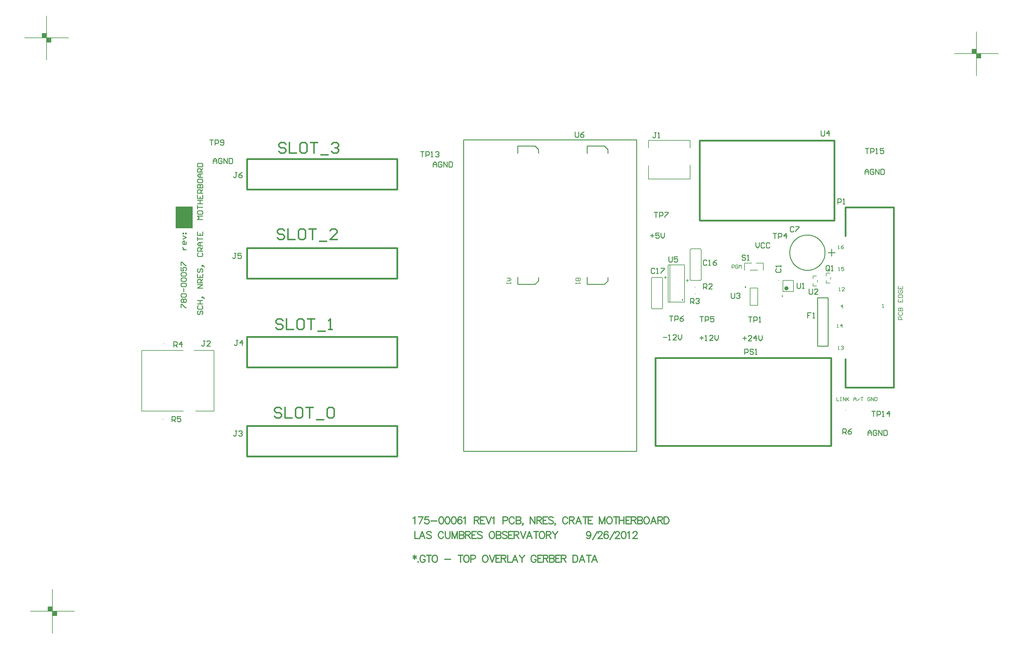
<source format=gto>
%FSLAX23Y23*%
%MOIN*%
G70*
G01*
G75*
G04 Layer_Color=65535*
%ADD10R,0.050X0.050*%
%ADD11R,0.057X0.012*%
%ADD12R,0.025X0.185*%
%ADD13R,0.025X0.100*%
%ADD14R,0.050X0.050*%
%ADD15O,0.014X0.067*%
%ADD16R,0.036X0.036*%
%ADD17O,0.079X0.024*%
%ADD18R,0.039X0.059*%
%ADD19R,0.100X0.100*%
%ADD20C,0.010*%
%ADD21C,0.050*%
%ADD22C,0.025*%
%ADD23C,0.006*%
%ADD24C,0.012*%
%ADD25C,0.008*%
%ADD26C,0.012*%
%ADD27C,0.012*%
%ADD28C,0.070*%
%ADD29C,0.050*%
%ADD30C,0.166*%
%ADD31C,0.157*%
%ADD32C,0.079*%
%ADD33C,0.220*%
%ADD34C,0.039*%
%ADD35C,0.059*%
%ADD36R,0.059X0.059*%
%ADD37C,0.063*%
%ADD38C,0.116*%
%ADD39C,0.065*%
%ADD40C,0.100*%
%ADD41C,0.080*%
%ADD42C,0.059*%
%ADD43C,0.115*%
%ADD44R,0.115X0.115*%
%ADD45R,0.079X0.079*%
%ADD46R,0.120X0.120*%
%ADD47C,0.120*%
%ADD48R,0.063X0.063*%
%ADD49C,0.020*%
%ADD50C,0.040*%
G04:AMPARAMS|DCode=51|XSize=91mil|YSize=91mil|CornerRadius=0mil|HoleSize=0mil|Usage=FLASHONLY|Rotation=0.000|XOffset=0mil|YOffset=0mil|HoleType=Round|Shape=Relief|Width=10mil|Gap=10mil|Entries=4|*
%AMTHD51*
7,0,0,0.091,0.071,0.010,45*
%
%ADD51THD51*%
%ADD52C,0.071*%
%ADD53C,0.206*%
G04:AMPARAMS|DCode=54|XSize=150.551mil|YSize=150.551mil|CornerRadius=0mil|HoleSize=0mil|Usage=FLASHONLY|Rotation=0.000|XOffset=0mil|YOffset=0mil|HoleType=Round|Shape=Relief|Width=10mil|Gap=10mil|Entries=4|*
%AMTHD54*
7,0,0,0.151,0.131,0.010,45*
%
%ADD54THD54*%
G04:AMPARAMS|DCode=55|XSize=96.221mil|YSize=96.221mil|CornerRadius=0mil|HoleSize=0mil|Usage=FLASHONLY|Rotation=0.000|XOffset=0mil|YOffset=0mil|HoleType=Round|Shape=Relief|Width=10mil|Gap=10mil|Entries=4|*
%AMTHD55*
7,0,0,0.096,0.076,0.010,45*
%
%ADD55THD55*%
%ADD56C,0.076*%
%ADD57C,0.080*%
%ADD58C,0.075*%
%ADD59C,0.168*%
G04:AMPARAMS|DCode=60|XSize=100mil|YSize=100mil|CornerRadius=0mil|HoleSize=0mil|Usage=FLASHONLY|Rotation=0.000|XOffset=0mil|YOffset=0mil|HoleType=Round|Shape=Relief|Width=10mil|Gap=10mil|Entries=4|*
%AMTHD60*
7,0,0,0.100,0.080,0.010,45*
%
%ADD60THD60*%
G04:AMPARAMS|DCode=61|XSize=123mil|YSize=123mil|CornerRadius=0mil|HoleSize=0mil|Usage=FLASHONLY|Rotation=0.000|XOffset=0mil|YOffset=0mil|HoleType=Round|Shape=Relief|Width=10mil|Gap=10mil|Entries=4|*
%AMTHD61*
7,0,0,0.123,0.103,0.010,45*
%
%ADD61THD61*%
%ADD62C,0.092*%
G04:AMPARAMS|DCode=63|XSize=112mil|YSize=112mil|CornerRadius=0mil|HoleSize=0mil|Usage=FLASHONLY|Rotation=0.000|XOffset=0mil|YOffset=0mil|HoleType=Round|Shape=Relief|Width=10mil|Gap=10mil|Entries=4|*
%AMTHD63*
7,0,0,0.112,0.092,0.010,45*
%
%ADD63THD63*%
%ADD64C,0.190*%
%ADD65C,0.087*%
G04:AMPARAMS|DCode=66|XSize=138mil|YSize=138mil|CornerRadius=0mil|HoleSize=0mil|Usage=FLASHONLY|Rotation=0.000|XOffset=0mil|YOffset=0mil|HoleType=Round|Shape=Relief|Width=10mil|Gap=10mil|Entries=4|*
%AMTHD66*
7,0,0,0.138,0.118,0.010,45*
%
%ADD66THD66*%
%ADD67C,0.118*%
G04:AMPARAMS|DCode=68|XSize=107.244mil|YSize=107.244mil|CornerRadius=0mil|HoleSize=0mil|Usage=FLASHONLY|Rotation=0.000|XOffset=0mil|YOffset=0mil|HoleType=Round|Shape=Relief|Width=10mil|Gap=10mil|Entries=4|*
%AMTHD68*
7,0,0,0.107,0.087,0.010,45*
%
%ADD68THD68*%
%ADD69C,0.079*%
%ADD70C,0.068*%
G04:AMPARAMS|DCode=71|XSize=70mil|YSize=70mil|CornerRadius=0mil|HoleSize=0mil|Usage=FLASHONLY|Rotation=0.000|XOffset=0mil|YOffset=0mil|HoleType=Round|Shape=Relief|Width=10mil|Gap=10mil|Entries=4|*
%AMTHD71*
7,0,0,0.070,0.050,0.010,45*
%
%ADD71THD71*%
G04:AMPARAMS|DCode=72|XSize=88mil|YSize=88mil|CornerRadius=0mil|HoleSize=0mil|Usage=FLASHONLY|Rotation=0.000|XOffset=0mil|YOffset=0mil|HoleType=Round|Shape=Relief|Width=10mil|Gap=10mil|Entries=4|*
%AMTHD72*
7,0,0,0.088,0.068,0.010,45*
%
%ADD72THD72*%
%ADD73C,0.020*%
%ADD74C,0.131*%
%ADD75C,0.103*%
%ADD76C,0.005*%
%ADD77R,0.053X0.035*%
%ADD78R,0.053X0.053*%
%ADD79R,0.045X0.017*%
%ADD80R,0.094X0.102*%
%ADD81R,0.059X0.087*%
%ADD82R,0.102X0.094*%
%ADD83R,0.100X0.100*%
%ADD84R,0.060X0.086*%
%ADD85C,0.010*%
%ADD86C,0.010*%
%ADD87C,0.024*%
%ADD88C,0.008*%
%ADD89C,0.007*%
%ADD90C,0.007*%
%ADD91C,0.015*%
%ADD92R,0.194X0.245*%
D20*
X18080Y12627D02*
X18080Y12637D01*
X18079Y12646D01*
X18078Y12656D01*
X18076Y12666D01*
X18074Y12676D01*
X18071Y12686D01*
X18068Y12695D01*
X18064Y12704D01*
X18060Y12714D01*
X18055Y12723D01*
X18050Y12731D01*
X18045Y12740D01*
X18039Y12748D01*
X18033Y12756D01*
X18026Y12763D01*
X18019Y12770D01*
X18012Y12777D01*
X18004Y12783D01*
X17996Y12789D01*
X17988Y12795D01*
X17979Y12800D01*
X17971Y12805D01*
X17962Y12809D01*
X17952Y12813D01*
X17943Y12817D01*
X17933Y12820D01*
X17924Y12822D01*
X17914Y12824D01*
X17904Y12826D01*
X17894Y12827D01*
X17884Y12827D01*
X17874D01*
X17864Y12827D01*
X17854Y12826D01*
X17844Y12824D01*
X17834Y12822D01*
X17825Y12820D01*
X17815Y12817D01*
X17806Y12813D01*
X17796Y12809D01*
X17787Y12805D01*
X17779Y12800D01*
X17770Y12795D01*
X17762Y12789D01*
X17754Y12783D01*
X17746Y12777D01*
X17739Y12770D01*
X17732Y12763D01*
X17725Y12756D01*
X17719Y12748D01*
X17713Y12740D01*
X17708Y12731D01*
X17703Y12723D01*
X17698Y12714D01*
X17694Y12704D01*
X17690Y12695D01*
X17687Y12686D01*
X17685Y12676D01*
X17682Y12666D01*
X17681Y12656D01*
X17679Y12646D01*
X17679Y12637D01*
X17678Y12627D01*
X17679Y12616D01*
X17679Y12607D01*
X17681Y12597D01*
X17682Y12587D01*
X17685Y12577D01*
X17687Y12567D01*
X17690Y12558D01*
X17694Y12549D01*
X17698Y12539D01*
X17703Y12530D01*
X17708Y12522D01*
X17713Y12513D01*
X17719Y12505D01*
X17725Y12497D01*
X17732Y12490D01*
X17739Y12483D01*
X17746Y12476D01*
X17754Y12470D01*
X17762Y12464D01*
X17770Y12458D01*
X17779Y12453D01*
X17787Y12448D01*
X17796Y12444D01*
X17806Y12440D01*
X17815Y12436D01*
X17825Y12433D01*
X17834Y12431D01*
X17844Y12429D01*
X17854Y12427D01*
X17864Y12426D01*
X17874Y12426D01*
X17884D01*
X17894Y12426D01*
X17904Y12427D01*
X17914Y12429D01*
X17924Y12431D01*
X17933Y12433D01*
X17943Y12436D01*
X17952Y12440D01*
X17962Y12444D01*
X17971Y12448D01*
X17979Y12453D01*
X17988Y12458D01*
X17996Y12464D01*
X18004Y12470D01*
X18012Y12476D01*
X18019Y12483D01*
X18026Y12490D01*
X18033Y12497D01*
X18039Y12505D01*
X18045Y12513D01*
X18050Y12522D01*
X18055Y12530D01*
X18060Y12539D01*
X18064Y12549D01*
X18068Y12558D01*
X18071Y12567D01*
X18074Y12577D01*
X18076Y12587D01*
X18078Y12597D01*
X18079Y12607D01*
X18080Y12616D01*
X18080Y12627D01*
X17997Y11837D02*
Y12113D01*
X18116D01*
Y11562D02*
Y12113D01*
X17997Y11562D02*
X18116D01*
X17997D02*
Y11837D01*
X18115Y12627D02*
X18155D01*
Y12587D02*
Y12627D01*
X18194D01*
X18155D02*
Y12666D01*
X18282Y10563D02*
Y10623D01*
X18312D01*
X18322Y10613D01*
Y10593D01*
X18312Y10583D01*
X18282D01*
X18302D02*
X18322Y10563D01*
X18382Y10623D02*
X18362Y10613D01*
X18342Y10593D01*
Y10573D01*
X18352Y10563D01*
X18372D01*
X18382Y10573D01*
Y10583D01*
X18372Y10593D01*
X18342D01*
X15235Y13999D02*
Y13949D01*
X15245Y13939D01*
X15265D01*
X15275Y13949D01*
Y13999D01*
X15335D02*
X15315Y13989D01*
X15295Y13969D01*
Y13949D01*
X15305Y13939D01*
X15325D01*
X15335Y13949D01*
Y13959D01*
X15325Y13969D01*
X15295D01*
X16303Y12579D02*
Y12529D01*
X16313Y12519D01*
X16333D01*
X16343Y12529D01*
Y12579D01*
X16403D02*
X16363D01*
Y12549D01*
X16383Y12559D01*
X16393D01*
X16403Y12549D01*
Y12529D01*
X16393Y12519D01*
X16373D01*
X16363Y12529D01*
X18036Y14013D02*
Y13963D01*
X18046Y13953D01*
X18066D01*
X18076Y13963D01*
Y14013D01*
X18126Y13953D02*
Y14013D01*
X18096Y13983D01*
X18136D01*
X17013Y12165D02*
Y12115D01*
X17023Y12105D01*
X17043D01*
X17053Y12115D01*
Y12165D01*
X17073Y12155D02*
X17083Y12165D01*
X17103D01*
X17113Y12155D01*
Y12145D01*
X17103Y12135D01*
X17093D01*
X17103D01*
X17113Y12125D01*
Y12115D01*
X17103Y12105D01*
X17083D01*
X17073Y12115D01*
X17898Y12213D02*
Y12163D01*
X17908Y12153D01*
X17928D01*
X17938Y12163D01*
Y12213D01*
X17998Y12153D02*
X17958D01*
X17998Y12193D01*
Y12203D01*
X17988Y12213D01*
X17968D01*
X17958Y12203D01*
X17761Y12278D02*
Y12228D01*
X17771Y12218D01*
X17791D01*
X17801Y12228D01*
Y12278D01*
X17821Y12218D02*
X17841D01*
X17831D01*
Y12278D01*
X17821Y12268D01*
X18540Y13812D02*
X18580D01*
X18560D01*
Y13752D01*
X18600D02*
Y13812D01*
X18630D01*
X18640Y13802D01*
Y13782D01*
X18630Y13772D01*
X18600D01*
X18660Y13752D02*
X18680D01*
X18670D01*
Y13812D01*
X18660Y13802D01*
X18750Y13812D02*
X18710D01*
Y13782D01*
X18730Y13792D01*
X18740D01*
X18750Y13782D01*
Y13762D01*
X18740Y13752D01*
X18720D01*
X18710Y13762D01*
X18613Y10822D02*
X18653D01*
X18633D01*
Y10762D01*
X18673D02*
Y10822D01*
X18703D01*
X18713Y10812D01*
Y10792D01*
X18703Y10782D01*
X18673D01*
X18733Y10762D02*
X18753D01*
X18743D01*
Y10822D01*
X18733Y10812D01*
X18813Y10762D02*
Y10822D01*
X18783Y10792D01*
X18823D01*
X13474Y13777D02*
X13514D01*
X13494D01*
Y13717D01*
X13534D02*
Y13777D01*
X13564D01*
X13574Y13767D01*
Y13747D01*
X13564Y13737D01*
X13534D01*
X13594Y13717D02*
X13614D01*
X13604D01*
Y13777D01*
X13594Y13767D01*
X13644D02*
X13654Y13777D01*
X13674D01*
X13684Y13767D01*
Y13757D01*
X13674Y13747D01*
X13664D01*
X13674D01*
X13684Y13737D01*
Y13727D01*
X13674Y13717D01*
X13654D01*
X13644Y13727D01*
X11076Y13909D02*
X11116D01*
X11096D01*
Y13849D01*
X11136D02*
Y13909D01*
X11166D01*
X11176Y13899D01*
Y13879D01*
X11166Y13869D01*
X11136D01*
X11196Y13859D02*
X11206Y13849D01*
X11226D01*
X11236Y13859D01*
Y13899D01*
X11226Y13909D01*
X11206D01*
X11196Y13899D01*
Y13889D01*
X11206Y13879D01*
X11236D01*
X16137Y13086D02*
X16177D01*
X16157D01*
Y13026D01*
X16197D02*
Y13086D01*
X16227D01*
X16237Y13076D01*
Y13056D01*
X16227Y13046D01*
X16197D01*
X16257Y13086D02*
X16297D01*
Y13076D01*
X16257Y13036D01*
Y13026D01*
X16308Y11906D02*
X16348D01*
X16328D01*
Y11846D01*
X16368D02*
Y11906D01*
X16398D01*
X16408Y11896D01*
Y11876D01*
X16398Y11866D01*
X16368D01*
X16468Y11906D02*
X16448Y11896D01*
X16428Y11876D01*
Y11856D01*
X16438Y11846D01*
X16458D01*
X16468Y11856D01*
Y11866D01*
X16458Y11876D01*
X16428D01*
X16657Y11901D02*
X16697D01*
X16677D01*
Y11841D01*
X16717D02*
Y11901D01*
X16747D01*
X16757Y11891D01*
Y11871D01*
X16747Y11861D01*
X16717D01*
X16817Y11901D02*
X16777D01*
Y11871D01*
X16797Y11881D01*
X16807D01*
X16817Y11871D01*
Y11851D01*
X16807Y11841D01*
X16787D01*
X16777Y11851D01*
X17488Y12845D02*
X17528D01*
X17508D01*
Y12785D01*
X17548D02*
Y12845D01*
X17578D01*
X17588Y12835D01*
Y12815D01*
X17578Y12805D01*
X17548D01*
X17638Y12785D02*
Y12845D01*
X17608Y12815D01*
X17648D01*
X17208Y11895D02*
X17248D01*
X17228D01*
Y11835D01*
X17268D02*
Y11895D01*
X17298D01*
X17308Y11885D01*
Y11865D01*
X17298Y11855D01*
X17268D01*
X17328Y11835D02*
X17348D01*
X17338D01*
Y11895D01*
X17328Y11885D01*
X17177Y12589D02*
X17167Y12599D01*
X17147D01*
X17137Y12589D01*
Y12579D01*
X17147Y12569D01*
X17167D01*
X17177Y12559D01*
Y12549D01*
X17167Y12539D01*
X17147D01*
X17137Y12549D01*
X17197Y12539D02*
X17217D01*
X17207D01*
Y12599D01*
X17197Y12589D01*
X10646Y10703D02*
Y10763D01*
X10676D01*
X10686Y10753D01*
Y10733D01*
X10676Y10723D01*
X10646D01*
X10666D02*
X10686Y10703D01*
X10746Y10763D02*
X10706D01*
Y10733D01*
X10726Y10743D01*
X10736D01*
X10746Y10733D01*
Y10713D01*
X10736Y10703D01*
X10716D01*
X10706Y10713D01*
X10665Y11553D02*
Y11613D01*
X10695D01*
X10705Y11603D01*
Y11583D01*
X10695Y11573D01*
X10665D01*
X10685D02*
X10705Y11553D01*
X10755D02*
Y11613D01*
X10725Y11583D01*
X10765D01*
X16550Y12047D02*
Y12107D01*
X16580D01*
X16590Y12097D01*
Y12077D01*
X16580Y12067D01*
X16550D01*
X16570D02*
X16590Y12047D01*
X16610Y12097D02*
X16620Y12107D01*
X16640D01*
X16650Y12097D01*
Y12087D01*
X16640Y12077D01*
X16630D01*
X16640D01*
X16650Y12067D01*
Y12057D01*
X16640Y12047D01*
X16620D01*
X16610Y12057D01*
X16696Y12214D02*
Y12274D01*
X16726D01*
X16736Y12264D01*
Y12244D01*
X16726Y12234D01*
X16696D01*
X16716D02*
X16736Y12214D01*
X16796D02*
X16756D01*
X16796Y12254D01*
Y12264D01*
X16786Y12274D01*
X16766D01*
X16756Y12264D01*
X18131Y12431D02*
Y12471D01*
X18121Y12481D01*
X18101D01*
X18091Y12471D01*
Y12431D01*
X18101Y12421D01*
X18121D01*
X18111Y12441D02*
X18131Y12421D01*
X18121D02*
X18131Y12431D01*
X18151Y12421D02*
X18171D01*
X18161D01*
Y12481D01*
X18151Y12471D01*
X17164Y11470D02*
Y11530D01*
X17194D01*
X17204Y11520D01*
Y11500D01*
X17194Y11490D01*
X17164D01*
X17264Y11520D02*
X17254Y11530D01*
X17234D01*
X17224Y11520D01*
Y11510D01*
X17234Y11500D01*
X17254D01*
X17264Y11490D01*
Y11480D01*
X17254Y11470D01*
X17234D01*
X17224Y11480D01*
X17284Y11470D02*
X17304D01*
X17294D01*
Y11530D01*
X17284Y11520D01*
X18224Y13178D02*
Y13238D01*
X18254D01*
X18264Y13228D01*
Y13208D01*
X18254Y13198D01*
X18224D01*
X18284Y13178D02*
X18304D01*
X18294D01*
Y13238D01*
X18284Y13228D01*
X11384Y13538D02*
X11364D01*
X11374D01*
Y13488D01*
X11364Y13478D01*
X11354D01*
X11344Y13488D01*
X11444Y13538D02*
X11424Y13528D01*
X11404Y13508D01*
Y13488D01*
X11414Y13478D01*
X11434D01*
X11444Y13488D01*
Y13498D01*
X11434Y13508D01*
X11404D01*
X11375Y12619D02*
X11355D01*
X11365D01*
Y12569D01*
X11355Y12559D01*
X11345D01*
X11335Y12569D01*
X11435Y12619D02*
X11395D01*
Y12589D01*
X11415Y12599D01*
X11425D01*
X11435Y12589D01*
Y12569D01*
X11425Y12559D01*
X11405D01*
X11395Y12569D01*
X11394Y11629D02*
X11374D01*
X11384D01*
Y11579D01*
X11374Y11569D01*
X11364D01*
X11354Y11579D01*
X11444Y11569D02*
Y11629D01*
X11414Y11599D01*
X11454D01*
X11384Y10600D02*
X11364D01*
X11374D01*
Y10550D01*
X11364Y10540D01*
X11354D01*
X11344Y10550D01*
X11404Y10590D02*
X11414Y10600D01*
X11434D01*
X11444Y10590D01*
Y10580D01*
X11434Y10570D01*
X11424D01*
X11434D01*
X11444Y10560D01*
Y10550D01*
X11434Y10540D01*
X11414D01*
X11404Y10550D01*
X11022Y11624D02*
X11002D01*
X11012D01*
Y11574D01*
X11002Y11564D01*
X10992D01*
X10982Y11574D01*
X11082Y11564D02*
X11042D01*
X11082Y11604D01*
Y11614D01*
X11072Y11624D01*
X11052D01*
X11042Y11614D01*
X16159Y13994D02*
X16139D01*
X16149D01*
Y13944D01*
X16139Y13934D01*
X16129D01*
X16119Y13944D01*
X16179Y13934D02*
X16199D01*
X16189D01*
Y13994D01*
X16179Y13984D01*
X17923Y11944D02*
X17883D01*
Y11914D01*
X17903D01*
X17883D01*
Y11884D01*
X17943D02*
X17963D01*
X17953D01*
Y11944D01*
X17943Y11934D01*
X16141Y12438D02*
X16131Y12448D01*
X16111D01*
X16101Y12438D01*
Y12398D01*
X16111Y12388D01*
X16131D01*
X16141Y12398D01*
X16161Y12388D02*
X16181D01*
X16171D01*
Y12448D01*
X16161Y12438D01*
X16211Y12448D02*
X16251D01*
Y12438D01*
X16211Y12398D01*
Y12388D01*
X16737Y12533D02*
X16727Y12543D01*
X16707D01*
X16697Y12533D01*
Y12493D01*
X16707Y12483D01*
X16727D01*
X16737Y12493D01*
X16757Y12483D02*
X16777D01*
X16767D01*
Y12543D01*
X16757Y12533D01*
X16847Y12543D02*
X16827Y12533D01*
X16807Y12513D01*
Y12493D01*
X16817Y12483D01*
X16837D01*
X16847Y12493D01*
Y12503D01*
X16837Y12513D01*
X16807D01*
X17724Y12912D02*
X17714Y12922D01*
X17694D01*
X17684Y12912D01*
Y12872D01*
X17694Y12862D01*
X17714D01*
X17724Y12872D01*
X17744Y12922D02*
X17784D01*
Y12912D01*
X17744Y12872D01*
Y12862D01*
X17530Y12443D02*
X17520Y12433D01*
Y12413D01*
X17530Y12403D01*
X17570D01*
X17580Y12413D01*
Y12433D01*
X17570Y12443D01*
X17580Y12463D02*
Y12483D01*
Y12473D01*
X17520D01*
X17530Y12463D01*
X10945Y11963D02*
X10935Y11953D01*
Y11933D01*
X10945Y11923D01*
X10955D01*
X10965Y11933D01*
Y11953D01*
X10975Y11963D01*
X10985D01*
X10995Y11953D01*
Y11933D01*
X10985Y11923D01*
X10945Y12023D02*
X10935Y12013D01*
Y11993D01*
X10945Y11983D01*
X10985D01*
X10995Y11993D01*
Y12013D01*
X10985Y12023D01*
X10935Y12043D02*
X10995D01*
X10965D01*
Y12083D01*
X10935D01*
X10995D01*
X11005Y12113D02*
X10995Y12123D01*
X10985D01*
Y12113D01*
X10995D01*
Y12123D01*
X11005Y12113D01*
X11015Y12103D01*
X10995Y12223D02*
X10935D01*
X10995Y12263D01*
X10935D01*
X10995Y12283D02*
X10935D01*
Y12313D01*
X10945Y12323D01*
X10965D01*
X10975Y12313D01*
Y12283D01*
Y12303D02*
X10995Y12323D01*
X10935Y12383D02*
Y12343D01*
X10995D01*
Y12383D01*
X10965Y12343D02*
Y12363D01*
X10945Y12443D02*
X10935Y12433D01*
Y12413D01*
X10945Y12403D01*
X10955D01*
X10965Y12413D01*
Y12433D01*
X10975Y12443D01*
X10985D01*
X10995Y12433D01*
Y12413D01*
X10985Y12403D01*
X11005Y12473D02*
X10995Y12483D01*
X10985D01*
Y12473D01*
X10995D01*
Y12483D01*
X11005Y12473D01*
X11015Y12463D01*
X10945Y12623D02*
X10935Y12613D01*
Y12593D01*
X10945Y12583D01*
X10985D01*
X10995Y12593D01*
Y12613D01*
X10985Y12623D01*
X10995Y12643D02*
X10935D01*
Y12673D01*
X10945Y12683D01*
X10965D01*
X10975Y12673D01*
Y12643D01*
Y12663D02*
X10995Y12683D01*
Y12703D02*
X10955D01*
X10935Y12723D01*
X10955Y12743D01*
X10995D01*
X10965D01*
Y12703D01*
X10935Y12763D02*
Y12803D01*
Y12783D01*
X10995D01*
X10935Y12863D02*
Y12823D01*
X10995D01*
Y12863D01*
X10965Y12823D02*
Y12843D01*
X10995Y13003D02*
X10935D01*
X10955Y13023D01*
X10935Y13043D01*
X10995D01*
X10935Y13093D02*
Y13073D01*
X10945Y13063D01*
X10985D01*
X10995Y13073D01*
Y13093D01*
X10985Y13103D01*
X10945D01*
X10935Y13093D01*
Y13123D02*
Y13163D01*
Y13143D01*
X10995D01*
X10935Y13183D02*
X10995D01*
X10965D01*
Y13223D01*
X10935D01*
X10995D01*
X10935Y13283D02*
Y13243D01*
X10995D01*
Y13283D01*
X10965Y13243D02*
Y13263D01*
X10995Y13303D02*
X10935D01*
Y13333D01*
X10945Y13343D01*
X10965D01*
X10975Y13333D01*
Y13303D01*
Y13323D02*
X10995Y13343D01*
X10935Y13363D02*
X10995D01*
Y13393D01*
X10985Y13403D01*
X10975D01*
X10965Y13393D01*
Y13363D01*
Y13393D01*
X10955Y13403D01*
X10945D01*
X10935Y13393D01*
Y13363D01*
Y13453D02*
Y13433D01*
X10945Y13423D01*
X10985D01*
X10995Y13433D01*
Y13453D01*
X10985Y13463D01*
X10945D01*
X10935Y13453D01*
X10995Y13483D02*
X10955D01*
X10935Y13503D01*
X10955Y13523D01*
X10995D01*
X10965D01*
Y13483D01*
X10995Y13543D02*
X10935D01*
Y13573D01*
X10945Y13583D01*
X10965D01*
X10975Y13573D01*
Y13543D01*
Y13563D02*
X10995Y13583D01*
X10935Y13603D02*
X10995D01*
Y13633D01*
X10985Y13643D01*
X10945D01*
X10935Y13633D01*
Y13603D01*
X10750Y12001D02*
Y12041D01*
X10760D01*
X10800Y12001D01*
X10810D01*
X10760Y12061D02*
X10750Y12071D01*
Y12091D01*
X10760Y12101D01*
X10770D01*
X10780Y12091D01*
X10790Y12101D01*
X10800D01*
X10810Y12091D01*
Y12071D01*
X10800Y12061D01*
X10790D01*
X10780Y12071D01*
X10770Y12061D01*
X10760D01*
X10780Y12071D02*
Y12091D01*
X10760Y12121D02*
X10750Y12131D01*
Y12151D01*
X10760Y12161D01*
X10800D01*
X10810Y12151D01*
Y12131D01*
X10800Y12121D01*
X10760D01*
X10780Y12181D02*
Y12221D01*
X10760Y12241D02*
X10750Y12251D01*
Y12271D01*
X10760Y12281D01*
X10800D01*
X10810Y12271D01*
Y12251D01*
X10800Y12241D01*
X10760D01*
Y12301D02*
X10750Y12311D01*
Y12331D01*
X10760Y12341D01*
X10800D01*
X10810Y12331D01*
Y12311D01*
X10800Y12301D01*
X10760D01*
Y12361D02*
X10750Y12371D01*
Y12391D01*
X10760Y12401D01*
X10800D01*
X10810Y12391D01*
Y12371D01*
X10800Y12361D01*
X10760D01*
X10750Y12461D02*
Y12421D01*
X10780D01*
X10770Y12441D01*
Y12451D01*
X10780Y12461D01*
X10800D01*
X10810Y12451D01*
Y12431D01*
X10800Y12421D01*
X10750Y12481D02*
Y12521D01*
X10760D01*
X10800Y12481D01*
X10810D01*
X10770Y12661D02*
X10810D01*
X10790D01*
X10780Y12671D01*
X10770Y12681D01*
Y12691D01*
X10810Y12751D02*
Y12731D01*
X10800Y12721D01*
X10780D01*
X10770Y12731D01*
Y12751D01*
X10780Y12761D01*
X10790D01*
Y12721D01*
X10770Y12781D02*
X10810Y12801D01*
X10770Y12821D01*
Y12841D02*
Y12851D01*
X10780D01*
Y12841D01*
X10770D01*
X10800D02*
Y12851D01*
X10810D01*
Y12841D01*
X10800D01*
X18537Y13516D02*
Y13556D01*
X18557Y13576D01*
X18577Y13556D01*
Y13516D01*
Y13546D01*
X18537D01*
X18637Y13566D02*
X18627Y13576D01*
X18607D01*
X18597Y13566D01*
Y13526D01*
X18607Y13516D01*
X18627D01*
X18637Y13526D01*
Y13546D01*
X18617D01*
X18657Y13516D02*
Y13576D01*
X18697Y13516D01*
Y13576D01*
X18717D02*
Y13516D01*
X18747D01*
X18757Y13526D01*
Y13566D01*
X18747Y13576D01*
X18717D01*
X18569Y10545D02*
Y10585D01*
X18589Y10605D01*
X18609Y10585D01*
Y10545D01*
Y10575D01*
X18569D01*
X18669Y10595D02*
X18659Y10605D01*
X18639D01*
X18629Y10595D01*
Y10555D01*
X18639Y10545D01*
X18659D01*
X18669Y10555D01*
Y10575D01*
X18649D01*
X18689Y10545D02*
Y10605D01*
X18729Y10545D01*
Y10605D01*
X18749D02*
Y10545D01*
X18779D01*
X18789Y10555D01*
Y10595D01*
X18779Y10605D01*
X18749D01*
X13619Y13598D02*
Y13638D01*
X13639Y13658D01*
X13659Y13638D01*
Y13598D01*
Y13628D01*
X13619D01*
X13719Y13648D02*
X13709Y13658D01*
X13689D01*
X13679Y13648D01*
Y13608D01*
X13689Y13598D01*
X13709D01*
X13719Y13608D01*
Y13628D01*
X13699D01*
X13739Y13598D02*
Y13658D01*
X13779Y13598D01*
Y13658D01*
X13799D02*
Y13598D01*
X13829D01*
X13839Y13608D01*
Y13648D01*
X13829Y13658D01*
X13799D01*
X11115Y13640D02*
Y13680D01*
X11135Y13700D01*
X11155Y13680D01*
Y13640D01*
Y13670D01*
X11115D01*
X11215Y13690D02*
X11205Y13700D01*
X11185D01*
X11175Y13690D01*
Y13650D01*
X11185Y13640D01*
X11205D01*
X11215Y13650D01*
Y13670D01*
X11195D01*
X11235Y13640D02*
Y13700D01*
X11275Y13640D01*
Y13700D01*
X11295D02*
Y13640D01*
X11325D01*
X11335Y13650D01*
Y13690D01*
X11325Y13700D01*
X11295D01*
X16093Y12821D02*
X16133D01*
X16113Y12841D02*
Y12801D01*
X16193Y12851D02*
X16153D01*
Y12821D01*
X16173Y12831D01*
X16183D01*
X16193Y12821D01*
Y12801D01*
X16183Y12791D01*
X16163D01*
X16153Y12801D01*
X16213Y12851D02*
Y12811D01*
X16233Y12791D01*
X16253Y12811D01*
Y12851D01*
X17293Y12738D02*
Y12698D01*
X17313Y12678D01*
X17333Y12698D01*
Y12738D01*
X17393Y12728D02*
X17383Y12738D01*
X17363D01*
X17353Y12728D01*
Y12688D01*
X17363Y12678D01*
X17383D01*
X17393Y12688D01*
X17453Y12728D02*
X17443Y12738D01*
X17423D01*
X17413Y12728D01*
Y12688D01*
X17423Y12678D01*
X17443D01*
X17453Y12688D01*
X17144Y11653D02*
X17184D01*
X17164Y11673D02*
Y11633D01*
X17244Y11623D02*
X17204D01*
X17244Y11663D01*
Y11673D01*
X17234Y11683D01*
X17214D01*
X17204Y11673D01*
X17294Y11623D02*
Y11683D01*
X17264Y11653D01*
X17304D01*
X17324Y11683D02*
Y11643D01*
X17344Y11623D01*
X17364Y11643D01*
Y11683D01*
X16654Y11655D02*
X16694D01*
X16674Y11675D02*
Y11635D01*
X16714Y11625D02*
X16734D01*
X16724D01*
Y11685D01*
X16714Y11675D01*
X16804Y11625D02*
X16764D01*
X16804Y11665D01*
Y11675D01*
X16794Y11685D01*
X16774D01*
X16764Y11675D01*
X16824Y11685D02*
Y11645D01*
X16844Y11625D01*
X16864Y11645D01*
Y11685D01*
X16239Y11662D02*
X16279D01*
X16299Y11632D02*
X16319D01*
X16309D01*
Y11692D01*
X16299Y11682D01*
X16389Y11632D02*
X16349D01*
X16389Y11672D01*
Y11682D01*
X16379Y11692D01*
X16359D01*
X16349Y11682D01*
X16409Y11692D02*
Y11652D01*
X16429Y11632D01*
X16449Y11652D01*
Y11692D01*
D23*
X18147Y12324D02*
Y12346D01*
X18097Y12278D02*
Y12309D01*
Y12361D02*
Y12392D01*
Y12278D02*
X18140D01*
X18097Y12392D02*
X18140D01*
X17994Y12291D02*
Y12313D01*
X17944Y12245D02*
Y12276D01*
Y12328D02*
Y12359D01*
Y12245D02*
X17987D01*
X17944Y12359D02*
X17987D01*
X17022Y12445D02*
Y12485D01*
X17042D01*
X17049Y12479D01*
Y12465D01*
X17042Y12459D01*
X17022D01*
X17089Y12479D02*
X17082Y12485D01*
X17069D01*
X17062Y12479D01*
Y12452D01*
X17069Y12445D01*
X17082D01*
X17089Y12452D01*
Y12465D01*
X17075D01*
X17102Y12445D02*
Y12485D01*
X17115Y12472D01*
X17129Y12485D01*
Y12445D01*
D24*
X13410Y9183D02*
Y9137D01*
X13391Y9172D02*
X13429Y9149D01*
Y9172D02*
X13391Y9149D01*
X13449Y9111D02*
X13445Y9107D01*
X13449Y9103D01*
X13453Y9107D01*
X13449Y9111D01*
X13528Y9164D02*
X13524Y9172D01*
X13516Y9179D01*
X13509Y9183D01*
X13493D01*
X13486Y9179D01*
X13478Y9172D01*
X13474Y9164D01*
X13471Y9153D01*
Y9133D01*
X13474Y9122D01*
X13478Y9114D01*
X13486Y9107D01*
X13493Y9103D01*
X13509D01*
X13516Y9107D01*
X13524Y9114D01*
X13528Y9122D01*
Y9133D01*
X13509D02*
X13528D01*
X13573Y9183D02*
Y9103D01*
X13546Y9183D02*
X13599D01*
X13632D02*
X13624Y9179D01*
X13616Y9172D01*
X13613Y9164D01*
X13609Y9153D01*
Y9133D01*
X13613Y9122D01*
X13616Y9114D01*
X13624Y9107D01*
X13632Y9103D01*
X13647D01*
X13655Y9107D01*
X13662Y9114D01*
X13666Y9122D01*
X13670Y9133D01*
Y9153D01*
X13666Y9164D01*
X13662Y9172D01*
X13655Y9179D01*
X13647Y9183D01*
X13632D01*
X13751Y9137D02*
X13820D01*
X13933Y9183D02*
Y9103D01*
X13906Y9183D02*
X13960D01*
X13992D02*
X13984Y9179D01*
X13977Y9172D01*
X13973Y9164D01*
X13969Y9153D01*
Y9133D01*
X13973Y9122D01*
X13977Y9114D01*
X13984Y9107D01*
X13992Y9103D01*
X14007D01*
X14015Y9107D01*
X14022Y9114D01*
X14026Y9122D01*
X14030Y9133D01*
Y9153D01*
X14026Y9164D01*
X14022Y9172D01*
X14015Y9179D01*
X14007Y9183D01*
X13992D01*
X14049Y9141D02*
X14083D01*
X14094Y9145D01*
X14098Y9149D01*
X14102Y9156D01*
Y9168D01*
X14098Y9175D01*
X14094Y9179D01*
X14083Y9183D01*
X14049D01*
Y9103D01*
X14206Y9183D02*
X14198Y9179D01*
X14190Y9172D01*
X14187Y9164D01*
X14183Y9153D01*
Y9133D01*
X14187Y9122D01*
X14190Y9114D01*
X14198Y9107D01*
X14206Y9103D01*
X14221D01*
X14229Y9107D01*
X14236Y9114D01*
X14240Y9122D01*
X14244Y9133D01*
Y9153D01*
X14240Y9164D01*
X14236Y9172D01*
X14229Y9179D01*
X14221Y9183D01*
X14206D01*
X14262D02*
X14293Y9103D01*
X14323Y9183D02*
X14293Y9103D01*
X14383Y9183D02*
X14334D01*
Y9103D01*
X14383D01*
X14334Y9145D02*
X14364D01*
X14396Y9183D02*
Y9103D01*
Y9183D02*
X14431D01*
X14442Y9179D01*
X14446Y9175D01*
X14450Y9168D01*
Y9160D01*
X14446Y9153D01*
X14442Y9149D01*
X14431Y9145D01*
X14396D01*
X14423D02*
X14450Y9103D01*
X14468Y9183D02*
Y9103D01*
X14513D01*
X14583D02*
X14553Y9183D01*
X14522Y9103D01*
X14534Y9130D02*
X14572D01*
X14602Y9183D02*
X14632Y9145D01*
Y9103D01*
X14663Y9183D02*
X14632Y9145D01*
X14793Y9164D02*
X14789Y9172D01*
X14782Y9179D01*
X14774Y9183D01*
X14759D01*
X14751Y9179D01*
X14743Y9172D01*
X14740Y9164D01*
X14736Y9153D01*
Y9133D01*
X14740Y9122D01*
X14743Y9114D01*
X14751Y9107D01*
X14759Y9103D01*
X14774D01*
X14782Y9107D01*
X14789Y9114D01*
X14793Y9122D01*
Y9133D01*
X14774D02*
X14793D01*
X14861Y9183D02*
X14811D01*
Y9103D01*
X14861D01*
X14811Y9145D02*
X14842D01*
X14874Y9183D02*
Y9103D01*
Y9183D02*
X14908D01*
X14920Y9179D01*
X14924Y9175D01*
X14927Y9168D01*
Y9160D01*
X14924Y9153D01*
X14920Y9149D01*
X14908Y9145D01*
X14874D01*
X14901D02*
X14927Y9103D01*
X14945Y9183D02*
Y9103D01*
Y9183D02*
X14980D01*
X14991Y9179D01*
X14995Y9175D01*
X14999Y9168D01*
Y9160D01*
X14995Y9153D01*
X14991Y9149D01*
X14980Y9145D01*
X14945D02*
X14980D01*
X14991Y9141D01*
X14995Y9137D01*
X14999Y9130D01*
Y9118D01*
X14995Y9111D01*
X14991Y9107D01*
X14980Y9103D01*
X14945D01*
X15066Y9183D02*
X15017D01*
Y9103D01*
X15066D01*
X15017Y9145D02*
X15047D01*
X15079Y9183D02*
Y9103D01*
Y9183D02*
X15114D01*
X15125Y9179D01*
X15129Y9175D01*
X15133Y9168D01*
Y9160D01*
X15129Y9153D01*
X15125Y9149D01*
X15114Y9145D01*
X15079D01*
X15106D02*
X15133Y9103D01*
X15213Y9183D02*
Y9103D01*
Y9183D02*
X15240D01*
X15252Y9179D01*
X15259Y9172D01*
X15263Y9164D01*
X15267Y9153D01*
Y9133D01*
X15263Y9122D01*
X15259Y9114D01*
X15252Y9107D01*
X15240Y9103D01*
X15213D01*
X15346D02*
X15315Y9183D01*
X15285Y9103D01*
X15296Y9130D02*
X15334D01*
X15391Y9183D02*
Y9103D01*
X15364Y9183D02*
X15418D01*
X15488Y9103D02*
X15458Y9183D01*
X15427Y9103D01*
X15439Y9130D02*
X15477D01*
D25*
X16219Y11986D02*
X16229Y11990D01*
X16233Y12000D01*
X16105D02*
X16110Y11990D01*
X16119Y11986D01*
Y12344D02*
X16110Y12339D01*
X16105Y12330D01*
X16233D02*
X16229Y12339D01*
X16219Y12344D01*
X16559Y12668D02*
X16550Y12664D01*
X16545Y12654D01*
X16673D02*
X16669Y12664D01*
X16659Y12668D01*
Y12310D02*
X16669Y12314D01*
X16673Y12324D01*
X16545D02*
X16550Y12314D01*
X16559Y12310D01*
X16119Y11986D02*
X16219D01*
X16119Y12344D02*
X16219D01*
X16233Y12000D02*
Y12330D01*
X16105Y12000D02*
Y12330D01*
X16559Y12668D02*
X16659D01*
X16559Y12310D02*
X16659D01*
X16545Y12324D02*
Y12654D01*
X16673Y12324D02*
Y12654D01*
X18215Y10980D02*
Y10940D01*
X18242D01*
X18255Y10980D02*
X18268D01*
X18262D01*
Y10940D01*
X18255D01*
X18268D01*
X18288D02*
Y10980D01*
X18315Y10940D01*
Y10980D01*
X18328D02*
Y10940D01*
Y10954D01*
X18355Y10980D01*
X18335Y10960D01*
X18355Y10940D01*
X18408D02*
Y10967D01*
X18421Y10980D01*
X18435Y10967D01*
Y10940D01*
Y10960D01*
X18408D01*
X18448Y10940D02*
X18475Y10967D01*
X18488Y10980D02*
X18515D01*
X18501D01*
Y10940D01*
X18595Y10974D02*
X18588Y10980D01*
X18575D01*
X18568Y10974D01*
Y10947D01*
X18575Y10940D01*
X18588D01*
X18595Y10947D01*
Y10960D01*
X18581D01*
X18608Y10940D02*
Y10980D01*
X18635Y10940D01*
Y10980D01*
X18648D02*
Y10940D01*
X18668D01*
X18675Y10947D01*
Y10974D01*
X18668Y10980D01*
X18648D01*
X18966Y11864D02*
X18916D01*
Y11889D01*
X18924Y11897D01*
X18941D01*
X18949Y11889D01*
Y11864D01*
X18924Y11947D02*
X18916Y11939D01*
Y11922D01*
X18924Y11914D01*
X18957D01*
X18966Y11922D01*
Y11939D01*
X18957Y11947D01*
X18916Y11964D02*
X18966D01*
Y11989D01*
X18957Y11997D01*
X18949D01*
X18941Y11989D01*
Y11964D01*
Y11989D01*
X18932Y11997D01*
X18924D01*
X18916Y11989D01*
Y11964D01*
Y12097D02*
Y12064D01*
X18966D01*
Y12097D01*
X18941Y12064D02*
Y12080D01*
X18916Y12114D02*
X18966D01*
Y12139D01*
X18957Y12147D01*
X18924D01*
X18916Y12139D01*
Y12114D01*
X18924Y12197D02*
X18916Y12189D01*
Y12172D01*
X18924Y12164D01*
X18957D01*
X18966Y12172D01*
Y12189D01*
X18957Y12197D01*
X18941D01*
Y12180D01*
X18916Y12247D02*
Y12214D01*
X18966D01*
Y12247D01*
X18941Y12214D02*
Y12230D01*
X19554Y14890D02*
X20054D01*
X19804Y14640D02*
Y15140D01*
X19854Y14840D02*
Y14890D01*
X19804Y14840D02*
X19854D01*
X19754Y14890D02*
Y14940D01*
X19804D01*
X19759Y14895D02*
X19799D01*
X19759D02*
Y14935D01*
X19799D01*
Y14895D02*
Y14935D01*
X19764Y14900D02*
X19794D01*
X19764D02*
Y14930D01*
X19794D01*
Y14905D02*
Y14930D01*
X19769Y14905D02*
X19789D01*
X19769D02*
Y14925D01*
X19789D01*
Y14910D02*
Y14925D01*
X19774Y14910D02*
X19784D01*
X19774D02*
Y14920D01*
X19784D01*
Y14910D02*
Y14920D01*
X19774Y14915D02*
X19784D01*
X19809Y14845D02*
X19849D01*
X19809D02*
Y14885D01*
X19849D01*
Y14845D02*
Y14885D01*
X19814Y14850D02*
X19844D01*
X19814D02*
Y14880D01*
X19844D01*
Y14855D02*
Y14880D01*
X19819Y14855D02*
X19839D01*
X19819D02*
Y14875D01*
X19839D01*
Y14860D02*
Y14875D01*
X19824Y14860D02*
X19834D01*
X19824D02*
Y14870D01*
X19834D01*
Y14860D02*
Y14870D01*
X19824Y14865D02*
X19834D01*
X8970Y15070D02*
X9470D01*
X9220Y14820D02*
Y15320D01*
X9270Y15020D02*
Y15070D01*
X9220Y15020D02*
X9270D01*
X9170Y15070D02*
Y15120D01*
X9220D01*
X9175Y15075D02*
X9215D01*
X9175D02*
Y15115D01*
X9215D01*
Y15075D02*
Y15115D01*
X9180Y15080D02*
X9210D01*
X9180D02*
Y15110D01*
X9210D01*
Y15085D02*
Y15110D01*
X9185Y15085D02*
X9205D01*
X9185D02*
Y15105D01*
X9205D01*
Y15090D02*
Y15105D01*
X9190Y15090D02*
X9200D01*
X9190D02*
Y15100D01*
X9200D01*
Y15090D02*
Y15100D01*
X9190Y15095D02*
X9200D01*
X9225Y15025D02*
X9265D01*
X9225D02*
Y15065D01*
X9265D01*
Y15025D02*
Y15065D01*
X9230Y15030D02*
X9260D01*
X9230D02*
Y15060D01*
X9260D01*
Y15035D02*
Y15060D01*
X9235Y15035D02*
X9255D01*
X9235D02*
Y15055D01*
X9255D01*
Y15040D02*
Y15055D01*
X9240Y15040D02*
X9250D01*
X9240D02*
Y15050D01*
X9250D01*
Y15040D02*
Y15050D01*
X9240Y15045D02*
X9250D01*
X9036Y8546D02*
X9536D01*
X9286Y8296D02*
Y8796D01*
X9336Y8496D02*
Y8546D01*
X9286Y8496D02*
X9336D01*
X9236Y8546D02*
Y8596D01*
X9286D01*
X9241Y8551D02*
X9281D01*
X9241D02*
Y8591D01*
X9281D01*
Y8551D02*
Y8591D01*
X9246Y8556D02*
X9276D01*
X9246D02*
Y8586D01*
X9276D01*
Y8561D02*
Y8586D01*
X9251Y8561D02*
X9271D01*
X9251D02*
Y8581D01*
X9271D01*
Y8566D02*
Y8581D01*
X9256Y8566D02*
X9266D01*
X9256D02*
Y8576D01*
X9266D01*
Y8566D02*
Y8576D01*
X9256Y8571D02*
X9266D01*
X9291Y8501D02*
X9331D01*
X9291D02*
Y8541D01*
X9331D01*
Y8501D02*
Y8541D01*
X9296Y8506D02*
X9326D01*
X9296D02*
Y8536D01*
X9326D01*
Y8511D02*
Y8536D01*
X9301Y8511D02*
X9321D01*
X9301D02*
Y8531D01*
X9321D01*
Y8516D02*
Y8531D01*
X9306Y8516D02*
X9316D01*
X9306D02*
Y8526D01*
X9316D01*
Y8516D02*
Y8526D01*
X9306Y8521D02*
X9316D01*
D26*
X13412Y9453D02*
Y9373D01*
X13458D01*
X13527D02*
X13497Y9453D01*
X13466Y9373D01*
X13478Y9399D02*
X13516D01*
X13599Y9441D02*
X13592Y9449D01*
X13580Y9453D01*
X13565D01*
X13554Y9449D01*
X13546Y9441D01*
Y9434D01*
X13550Y9426D01*
X13554Y9422D01*
X13561Y9418D01*
X13584Y9411D01*
X13592Y9407D01*
X13596Y9403D01*
X13599Y9395D01*
Y9384D01*
X13592Y9376D01*
X13580Y9373D01*
X13565D01*
X13554Y9376D01*
X13546Y9384D01*
X13737Y9434D02*
X13733Y9441D01*
X13726Y9449D01*
X13718Y9453D01*
X13703D01*
X13695Y9449D01*
X13688Y9441D01*
X13684Y9434D01*
X13680Y9422D01*
Y9403D01*
X13684Y9392D01*
X13688Y9384D01*
X13695Y9376D01*
X13703Y9373D01*
X13718D01*
X13726Y9376D01*
X13733Y9384D01*
X13737Y9392D01*
X13760Y9453D02*
Y9395D01*
X13764Y9384D01*
X13771Y9376D01*
X13783Y9373D01*
X13790D01*
X13802Y9376D01*
X13809Y9384D01*
X13813Y9395D01*
Y9453D01*
X13835D02*
Y9373D01*
Y9453D02*
X13866Y9373D01*
X13896Y9453D02*
X13866Y9373D01*
X13896Y9453D02*
Y9373D01*
X13919Y9453D02*
Y9373D01*
Y9453D02*
X13953D01*
X13965Y9449D01*
X13968Y9445D01*
X13972Y9437D01*
Y9430D01*
X13968Y9422D01*
X13965Y9418D01*
X13953Y9414D01*
X13919D02*
X13953D01*
X13965Y9411D01*
X13968Y9407D01*
X13972Y9399D01*
Y9388D01*
X13968Y9380D01*
X13965Y9376D01*
X13953Y9373D01*
X13919D01*
X13990Y9453D02*
Y9373D01*
Y9453D02*
X14024D01*
X14036Y9449D01*
X14040Y9445D01*
X14044Y9437D01*
Y9430D01*
X14040Y9422D01*
X14036Y9418D01*
X14024Y9414D01*
X13990D01*
X14017D02*
X14044Y9373D01*
X14111Y9453D02*
X14061D01*
Y9373D01*
X14111D01*
X14061Y9414D02*
X14092D01*
X14178Y9441D02*
X14170Y9449D01*
X14159Y9453D01*
X14143D01*
X14132Y9449D01*
X14124Y9441D01*
Y9434D01*
X14128Y9426D01*
X14132Y9422D01*
X14139Y9418D01*
X14162Y9411D01*
X14170Y9407D01*
X14174Y9403D01*
X14178Y9395D01*
Y9384D01*
X14170Y9376D01*
X14159Y9373D01*
X14143D01*
X14132Y9376D01*
X14124Y9384D01*
X14281Y9453D02*
X14274Y9449D01*
X14266Y9441D01*
X14262Y9434D01*
X14258Y9422D01*
Y9403D01*
X14262Y9392D01*
X14266Y9384D01*
X14274Y9376D01*
X14281Y9373D01*
X14296D01*
X14304Y9376D01*
X14312Y9384D01*
X14315Y9392D01*
X14319Y9403D01*
Y9422D01*
X14315Y9434D01*
X14312Y9441D01*
X14304Y9449D01*
X14296Y9453D01*
X14281D01*
X14338D02*
Y9373D01*
Y9453D02*
X14372D01*
X14384Y9449D01*
X14387Y9445D01*
X14391Y9437D01*
Y9430D01*
X14387Y9422D01*
X14384Y9418D01*
X14372Y9414D01*
X14338D02*
X14372D01*
X14384Y9411D01*
X14387Y9407D01*
X14391Y9399D01*
Y9388D01*
X14387Y9380D01*
X14384Y9376D01*
X14372Y9373D01*
X14338D01*
X14462Y9441D02*
X14455Y9449D01*
X14443Y9453D01*
X14428D01*
X14417Y9449D01*
X14409Y9441D01*
Y9434D01*
X14413Y9426D01*
X14417Y9422D01*
X14424Y9418D01*
X14447Y9411D01*
X14455Y9407D01*
X14459Y9403D01*
X14462Y9395D01*
Y9384D01*
X14455Y9376D01*
X14443Y9373D01*
X14428D01*
X14417Y9376D01*
X14409Y9384D01*
X14530Y9453D02*
X14480D01*
Y9373D01*
X14530D01*
X14480Y9414D02*
X14511D01*
X14543Y9453D02*
Y9373D01*
Y9453D02*
X14577D01*
X14589Y9449D01*
X14593Y9445D01*
X14597Y9437D01*
Y9430D01*
X14593Y9422D01*
X14589Y9418D01*
X14577Y9414D01*
X14543D01*
X14570D02*
X14597Y9373D01*
X14614Y9453D02*
X14645Y9373D01*
X14675Y9453D02*
X14645Y9373D01*
X14747D02*
X14716Y9453D01*
X14686Y9373D01*
X14697Y9399D02*
X14735D01*
X14792Y9453D02*
Y9373D01*
X14765Y9453D02*
X14819D01*
X14851D02*
X14843Y9449D01*
X14836Y9441D01*
X14832Y9434D01*
X14828Y9422D01*
Y9403D01*
X14832Y9392D01*
X14836Y9384D01*
X14843Y9376D01*
X14851Y9373D01*
X14866D01*
X14874Y9376D01*
X14881Y9384D01*
X14885Y9392D01*
X14889Y9403D01*
Y9422D01*
X14885Y9434D01*
X14881Y9441D01*
X14874Y9449D01*
X14866Y9453D01*
X14851D01*
X14908D02*
Y9373D01*
Y9453D02*
X14942D01*
X14953Y9449D01*
X14957Y9445D01*
X14961Y9437D01*
Y9430D01*
X14957Y9422D01*
X14953Y9418D01*
X14942Y9414D01*
X14908D01*
X14934D02*
X14961Y9373D01*
X14979Y9453D02*
X15009Y9414D01*
Y9373D01*
X15040Y9453D02*
X15009Y9414D01*
X15414Y9426D02*
X15410Y9414D01*
X15402Y9407D01*
X15391Y9403D01*
X15387D01*
X15376Y9407D01*
X15368Y9414D01*
X15364Y9426D01*
Y9430D01*
X15368Y9441D01*
X15376Y9449D01*
X15387Y9453D01*
X15391D01*
X15402Y9449D01*
X15410Y9441D01*
X15414Y9426D01*
Y9407D01*
X15410Y9388D01*
X15402Y9376D01*
X15391Y9373D01*
X15383D01*
X15372Y9376D01*
X15368Y9384D01*
X15436Y9361D02*
X15489Y9453D01*
X15498Y9434D02*
Y9437D01*
X15502Y9445D01*
X15506Y9449D01*
X15513Y9453D01*
X15529D01*
X15536Y9449D01*
X15540Y9445D01*
X15544Y9437D01*
Y9430D01*
X15540Y9422D01*
X15532Y9411D01*
X15494Y9373D01*
X15548D01*
X15611Y9441D02*
X15607Y9449D01*
X15596Y9453D01*
X15588D01*
X15577Y9449D01*
X15569Y9437D01*
X15565Y9418D01*
Y9399D01*
X15569Y9384D01*
X15577Y9376D01*
X15588Y9373D01*
X15592D01*
X15604Y9376D01*
X15611Y9384D01*
X15615Y9395D01*
Y9399D01*
X15611Y9411D01*
X15604Y9418D01*
X15592Y9422D01*
X15588D01*
X15577Y9418D01*
X15569Y9411D01*
X15565Y9399D01*
X15633Y9361D02*
X15686Y9453D01*
X15695Y9434D02*
Y9437D01*
X15699Y9445D01*
X15703Y9449D01*
X15710Y9453D01*
X15725D01*
X15733Y9449D01*
X15737Y9445D01*
X15741Y9437D01*
Y9430D01*
X15737Y9422D01*
X15729Y9411D01*
X15691Y9373D01*
X15744D01*
X15785Y9453D02*
X15774Y9449D01*
X15766Y9437D01*
X15762Y9418D01*
Y9407D01*
X15766Y9388D01*
X15774Y9376D01*
X15785Y9373D01*
X15793D01*
X15804Y9376D01*
X15812Y9388D01*
X15816Y9407D01*
Y9418D01*
X15812Y9437D01*
X15804Y9449D01*
X15793Y9453D01*
X15785D01*
X15834Y9437D02*
X15841Y9441D01*
X15853Y9453D01*
Y9373D01*
X15896Y9434D02*
Y9437D01*
X15900Y9445D01*
X15904Y9449D01*
X15911Y9453D01*
X15927D01*
X15934Y9449D01*
X15938Y9445D01*
X15942Y9437D01*
Y9430D01*
X15938Y9422D01*
X15930Y9411D01*
X15892Y9373D01*
X15946D01*
D27*
X13393Y9604D02*
X13401Y9608D01*
X13412Y9619D01*
Y9539D01*
X13505Y9619D02*
X13467Y9539D01*
X13452Y9619D02*
X13505D01*
X13568D02*
X13530D01*
X13527Y9585D01*
X13530Y9589D01*
X13542Y9593D01*
X13553D01*
X13565Y9589D01*
X13572Y9581D01*
X13576Y9570D01*
Y9562D01*
X13572Y9551D01*
X13565Y9543D01*
X13553Y9539D01*
X13542D01*
X13530Y9543D01*
X13527Y9547D01*
X13523Y9555D01*
X13594Y9574D02*
X13663D01*
X13709Y9619D02*
X13698Y9616D01*
X13690Y9604D01*
X13686Y9585D01*
Y9574D01*
X13690Y9555D01*
X13698Y9543D01*
X13709Y9539D01*
X13717D01*
X13728Y9543D01*
X13736Y9555D01*
X13739Y9574D01*
Y9585D01*
X13736Y9604D01*
X13728Y9616D01*
X13717Y9619D01*
X13709D01*
X13780D02*
X13769Y9616D01*
X13761Y9604D01*
X13757Y9585D01*
Y9574D01*
X13761Y9555D01*
X13769Y9543D01*
X13780Y9539D01*
X13788D01*
X13799Y9543D01*
X13807Y9555D01*
X13811Y9574D01*
Y9585D01*
X13807Y9604D01*
X13799Y9616D01*
X13788Y9619D01*
X13780D01*
X13851D02*
X13840Y9616D01*
X13832Y9604D01*
X13829Y9585D01*
Y9574D01*
X13832Y9555D01*
X13840Y9543D01*
X13851Y9539D01*
X13859D01*
X13871Y9543D01*
X13878Y9555D01*
X13882Y9574D01*
Y9585D01*
X13878Y9604D01*
X13871Y9616D01*
X13859Y9619D01*
X13851D01*
X13946Y9608D02*
X13942Y9616D01*
X13930Y9619D01*
X13923D01*
X13911Y9616D01*
X13904Y9604D01*
X13900Y9585D01*
Y9566D01*
X13904Y9551D01*
X13911Y9543D01*
X13923Y9539D01*
X13926D01*
X13938Y9543D01*
X13946Y9551D01*
X13949Y9562D01*
Y9566D01*
X13946Y9577D01*
X13938Y9585D01*
X13926Y9589D01*
X13923D01*
X13911Y9585D01*
X13904Y9577D01*
X13900Y9566D01*
X13967Y9604D02*
X13974Y9608D01*
X13986Y9619D01*
Y9539D01*
X14088Y9619D02*
Y9539D01*
Y9619D02*
X14123D01*
X14134Y9616D01*
X14138Y9612D01*
X14142Y9604D01*
Y9596D01*
X14138Y9589D01*
X14134Y9585D01*
X14123Y9581D01*
X14088D01*
X14115D02*
X14142Y9539D01*
X14209Y9619D02*
X14160D01*
Y9539D01*
X14209D01*
X14160Y9581D02*
X14190D01*
X14222Y9619D02*
X14253Y9539D01*
X14283Y9619D02*
X14253Y9539D01*
X14294Y9604D02*
X14301Y9608D01*
X14313Y9619D01*
Y9539D01*
X14415Y9577D02*
X14449D01*
X14461Y9581D01*
X14465Y9585D01*
X14468Y9593D01*
Y9604D01*
X14465Y9612D01*
X14461Y9616D01*
X14449Y9619D01*
X14415D01*
Y9539D01*
X14543Y9600D02*
X14540Y9608D01*
X14532Y9616D01*
X14524Y9619D01*
X14509D01*
X14502Y9616D01*
X14494Y9608D01*
X14490Y9600D01*
X14486Y9589D01*
Y9570D01*
X14490Y9558D01*
X14494Y9551D01*
X14502Y9543D01*
X14509Y9539D01*
X14524D01*
X14532Y9543D01*
X14540Y9551D01*
X14543Y9558D01*
X14566Y9619D02*
Y9539D01*
Y9619D02*
X14600D01*
X14612Y9616D01*
X14615Y9612D01*
X14619Y9604D01*
Y9596D01*
X14615Y9589D01*
X14612Y9585D01*
X14600Y9581D01*
X14566D02*
X14600D01*
X14612Y9577D01*
X14615Y9574D01*
X14619Y9566D01*
Y9555D01*
X14615Y9547D01*
X14612Y9543D01*
X14600Y9539D01*
X14566D01*
X14645Y9543D02*
X14641Y9539D01*
X14637Y9543D01*
X14641Y9547D01*
X14645Y9543D01*
Y9536D01*
X14641Y9528D01*
X14637Y9524D01*
X14725Y9619D02*
Y9539D01*
Y9619D02*
X14778Y9539D01*
Y9619D02*
Y9539D01*
X14801Y9619D02*
Y9539D01*
Y9619D02*
X14835D01*
X14846Y9616D01*
X14850Y9612D01*
X14854Y9604D01*
Y9596D01*
X14850Y9589D01*
X14846Y9585D01*
X14835Y9581D01*
X14801D01*
X14827D02*
X14854Y9539D01*
X14921Y9619D02*
X14872D01*
Y9539D01*
X14921D01*
X14872Y9581D02*
X14902D01*
X14988Y9608D02*
X14980Y9616D01*
X14969Y9619D01*
X14954D01*
X14942Y9616D01*
X14935Y9608D01*
Y9600D01*
X14938Y9593D01*
X14942Y9589D01*
X14950Y9585D01*
X14973Y9577D01*
X14980Y9574D01*
X14984Y9570D01*
X14988Y9562D01*
Y9551D01*
X14980Y9543D01*
X14969Y9539D01*
X14954D01*
X14942Y9543D01*
X14935Y9551D01*
X15013Y9543D02*
X15010Y9539D01*
X15006Y9543D01*
X15010Y9547D01*
X15013Y9543D01*
Y9536D01*
X15010Y9528D01*
X15006Y9524D01*
X15151Y9600D02*
X15147Y9608D01*
X15140Y9616D01*
X15132Y9619D01*
X15117D01*
X15109Y9616D01*
X15101Y9608D01*
X15098Y9600D01*
X15094Y9589D01*
Y9570D01*
X15098Y9558D01*
X15101Y9551D01*
X15109Y9543D01*
X15117Y9539D01*
X15132D01*
X15140Y9543D01*
X15147Y9551D01*
X15151Y9558D01*
X15173Y9619D02*
Y9539D01*
Y9619D02*
X15208D01*
X15219Y9616D01*
X15223Y9612D01*
X15227Y9604D01*
Y9596D01*
X15223Y9589D01*
X15219Y9585D01*
X15208Y9581D01*
X15173D01*
X15200D02*
X15227Y9539D01*
X15306D02*
X15275Y9619D01*
X15245Y9539D01*
X15256Y9566D02*
X15294D01*
X15351Y9619D02*
Y9539D01*
X15324Y9619D02*
X15378D01*
X15437D02*
X15387D01*
Y9539D01*
X15437D01*
X15387Y9581D02*
X15418D01*
X15513Y9619D02*
Y9539D01*
Y9619D02*
X15543Y9539D01*
X15574Y9619D02*
X15543Y9539D01*
X15574Y9619D02*
Y9539D01*
X15619Y9619D02*
X15612Y9616D01*
X15604Y9608D01*
X15600Y9600D01*
X15597Y9589D01*
Y9570D01*
X15600Y9558D01*
X15604Y9551D01*
X15612Y9543D01*
X15619Y9539D01*
X15635D01*
X15642Y9543D01*
X15650Y9551D01*
X15654Y9558D01*
X15658Y9570D01*
Y9589D01*
X15654Y9600D01*
X15650Y9608D01*
X15642Y9616D01*
X15635Y9619D01*
X15619D01*
X15703D02*
Y9539D01*
X15676Y9619D02*
X15730D01*
X15739D02*
Y9539D01*
X15792Y9619D02*
Y9539D01*
X15739Y9581D02*
X15792D01*
X15864Y9619D02*
X15814D01*
Y9539D01*
X15864D01*
X15814Y9581D02*
X15845D01*
X15877Y9619D02*
Y9539D01*
Y9619D02*
X15912D01*
X15923Y9616D01*
X15927Y9612D01*
X15931Y9604D01*
Y9596D01*
X15927Y9589D01*
X15923Y9585D01*
X15912Y9581D01*
X15877D01*
X15904D02*
X15931Y9539D01*
X15949Y9619D02*
Y9539D01*
Y9619D02*
X15983D01*
X15994Y9616D01*
X15998Y9612D01*
X16002Y9604D01*
Y9596D01*
X15998Y9589D01*
X15994Y9585D01*
X15983Y9581D01*
X15949D02*
X15983D01*
X15994Y9577D01*
X15998Y9574D01*
X16002Y9566D01*
Y9555D01*
X15998Y9547D01*
X15994Y9543D01*
X15983Y9539D01*
X15949D01*
X16043Y9619D02*
X16035Y9616D01*
X16027Y9608D01*
X16024Y9600D01*
X16020Y9589D01*
Y9570D01*
X16024Y9558D01*
X16027Y9551D01*
X16035Y9543D01*
X16043Y9539D01*
X16058D01*
X16065Y9543D01*
X16073Y9551D01*
X16077Y9558D01*
X16081Y9570D01*
Y9589D01*
X16077Y9600D01*
X16073Y9608D01*
X16065Y9616D01*
X16058Y9619D01*
X16043D01*
X16160Y9539D02*
X16130Y9619D01*
X16099Y9539D01*
X16111Y9566D02*
X16149D01*
X16179Y9619D02*
Y9539D01*
Y9619D02*
X16213D01*
X16225Y9616D01*
X16228Y9612D01*
X16232Y9604D01*
Y9596D01*
X16228Y9589D01*
X16225Y9585D01*
X16213Y9581D01*
X16179D01*
X16206D02*
X16232Y9539D01*
X16250Y9619D02*
Y9539D01*
Y9619D02*
X16277D01*
X16288Y9616D01*
X16296Y9608D01*
X16300Y9600D01*
X16304Y9589D01*
Y9570D01*
X16300Y9558D01*
X16296Y9551D01*
X16288Y9543D01*
X16277Y9539D01*
X16250D01*
D73*
X11502Y10654D02*
X13213D01*
X11502Y10307D02*
Y10654D01*
Y10307D02*
X13213D01*
Y10654D01*
Y11318D02*
Y11665D01*
X11502Y11318D02*
X13213D01*
X11502D02*
Y11665D01*
X13213D01*
X11502Y12677D02*
X13213D01*
X11502Y12330D02*
Y12677D01*
Y12330D02*
X13213D01*
Y12677D01*
Y13342D02*
Y13689D01*
X11502Y13342D02*
X13213D01*
X11502D02*
Y13689D01*
X13213D01*
X18866Y12114D02*
Y13139D01*
X18316D02*
X18866D01*
Y11089D02*
Y12114D01*
X18316Y11089D02*
X18866D01*
X18316Y12814D02*
Y13139D01*
Y11089D02*
Y11414D01*
X16654Y12990D02*
X18189D01*
Y13900D01*
X16654D02*
X18189D01*
X16654Y12990D02*
Y13900D01*
X16151Y10426D02*
Y11426D01*
X18151D01*
Y10426D02*
Y11426D01*
X16151Y10426D02*
X18151D01*
D85*
X18315Y10832D02*
D03*
X10560Y11589D02*
D03*
X10545Y10729D02*
D03*
X17553Y12310D02*
D03*
X16601Y12234D02*
D03*
Y12155D02*
D03*
D86*
X17600Y12133D02*
X17593Y12137D01*
Y12129D01*
X17600Y12133D01*
X17178Y12234D02*
X17171Y12238D01*
Y12230D01*
X17178Y12234D01*
X16462Y12089D02*
X16454Y12094D01*
Y12085D01*
X16462Y12089D01*
X14582Y13839D02*
X14779D01*
X14818Y13800D01*
X14582Y13757D02*
Y13839D01*
X14818Y13757D02*
Y13800D01*
Y12304D02*
Y12343D01*
X14582Y12265D02*
Y12347D01*
X14779Y12265D02*
X14818Y12304D01*
X14582Y12265D02*
X14779D01*
X15372D02*
X15569D01*
X15608Y12304D01*
X15372Y12265D02*
Y12347D01*
X15608Y12304D02*
Y12343D01*
Y13757D02*
Y13800D01*
X15372Y13757D02*
Y13839D01*
X15569D02*
X15608Y13800D01*
X15372Y13839D02*
X15569D01*
X13967Y10367D02*
Y13910D01*
X15935D01*
Y10367D02*
Y13910D01*
X13967Y10367D02*
X15935D01*
D87*
X17652Y12222D02*
X17648Y12231D01*
X17638Y12233D01*
X17630Y12227D01*
Y12217D01*
X17638Y12210D01*
X17648Y12212D01*
X17652Y12222D01*
D88*
X16544Y13462D02*
Y13624D01*
Y13816D02*
Y13903D01*
X16071Y13820D02*
Y13903D01*
X16544D01*
X16071Y13462D02*
X16544D01*
X16071D02*
Y13616D01*
X10896Y11512D02*
X11126D01*
X10301Y10822D02*
Y11382D01*
Y10822D02*
X10776D01*
X10301Y11512D02*
X10776D01*
X10301Y11382D02*
Y11512D01*
X10916Y10822D02*
X11126D01*
Y11512D01*
X17601Y12182D02*
X17723D01*
X17601Y12308D02*
X17723D01*
X17601Y12182D02*
Y12308D01*
X17723Y12182D02*
Y12308D01*
X17229Y12027D02*
Y12224D01*
X17315Y12027D02*
Y12224D01*
X17229D02*
X17315D01*
X17229Y12027D02*
X17315D01*
X16297Y12485D02*
X16482D01*
X16297Y12064D02*
X16482D01*
Y12485D01*
X16297Y12064D02*
Y12485D01*
X16317Y12064D02*
Y12485D01*
D89*
X17299Y12505D02*
X17378D01*
Y12427D02*
Y12505D01*
X17229Y12427D02*
X17315D01*
X17166D02*
Y12505D01*
X17244D01*
D90*
X16264Y12330D02*
Y12359D01*
X16249Y12344D02*
X16279D01*
X16514Y12294D02*
Y12324D01*
X16499Y12309D02*
X16529D01*
X15296Y12335D02*
X15246D01*
Y12310D01*
X15254Y12302D01*
X15263D01*
X15271Y12310D01*
Y12335D01*
Y12310D01*
X15279Y12302D01*
X15288D01*
X15296Y12310D01*
Y12335D01*
X15246Y12285D02*
Y12269D01*
Y12277D01*
X15296D01*
X15288Y12285D01*
X14459Y12335D02*
X14492D01*
X14509Y12319D01*
X14492Y12302D01*
X14459D01*
X14484D01*
Y12335D01*
X14459Y12285D02*
Y12269D01*
Y12277D01*
X14509D01*
X14500Y12285D01*
X18236Y12419D02*
X18249D01*
X18242D01*
Y12459D01*
X18236Y12452D01*
X18296Y12459D02*
X18269D01*
Y12439D01*
X18282Y12446D01*
X18289D01*
X18296Y12439D01*
Y12426D01*
X18289Y12419D01*
X18276D01*
X18269Y12426D01*
X18221Y11774D02*
X18234D01*
X18227D01*
Y11814D01*
X18221Y11807D01*
X18274Y11774D02*
Y11814D01*
X18254Y11794D01*
X18281D01*
X18241Y12189D02*
X18254D01*
X18247D01*
Y12229D01*
X18241Y12222D01*
X18301Y12189D02*
X18274D01*
X18301Y12216D01*
Y12222D01*
X18294Y12229D01*
X18281D01*
X18274Y12222D01*
X18281Y11994D02*
Y12034D01*
X18261Y12014D01*
X18287D01*
X18231Y12669D02*
X18244D01*
X18237D01*
Y12709D01*
X18231Y12702D01*
X18291Y12709D02*
X18277Y12702D01*
X18264Y12689D01*
Y12676D01*
X18271Y12669D01*
X18284D01*
X18291Y12676D01*
Y12682D01*
X18284Y12689D01*
X18264D01*
X18231Y11524D02*
X18244D01*
X18237D01*
Y11564D01*
X18231Y11557D01*
X18264D02*
X18271Y11564D01*
X18284D01*
X18291Y11557D01*
Y11551D01*
X18284Y11544D01*
X18277D01*
X18284D01*
X18291Y11537D01*
Y11531D01*
X18284Y11524D01*
X18271D01*
X18264Y11531D01*
X18736Y11999D02*
X18749D01*
X18742D01*
Y12039D01*
X18736Y12032D01*
D91*
X11941Y13860D02*
X11921Y13880D01*
X11881D01*
X11861Y13860D01*
Y13840D01*
X11881Y13820D01*
X11921D01*
X11941Y13800D01*
Y13780D01*
X11921Y13760D01*
X11881D01*
X11861Y13780D01*
X11981Y13880D02*
Y13760D01*
X12061D01*
X12161Y13880D02*
X12121D01*
X12101Y13860D01*
Y13780D01*
X12121Y13760D01*
X12161D01*
X12181Y13780D01*
Y13860D01*
X12161Y13880D01*
X12221D02*
X12301D01*
X12261D01*
Y13760D01*
X12341Y13740D02*
X12421D01*
X12461Y13860D02*
X12481Y13880D01*
X12521D01*
X12541Y13860D01*
Y13840D01*
X12521Y13820D01*
X12501D01*
X12521D01*
X12541Y13800D01*
Y13780D01*
X12521Y13760D01*
X12481D01*
X12461Y13780D01*
X11927Y12877D02*
X11907Y12897D01*
X11867D01*
X11847Y12877D01*
Y12857D01*
X11867Y12837D01*
X11907D01*
X11927Y12817D01*
Y12797D01*
X11907Y12777D01*
X11867D01*
X11847Y12797D01*
X11967Y12897D02*
Y12777D01*
X12047D01*
X12147Y12897D02*
X12107D01*
X12087Y12877D01*
Y12797D01*
X12107Y12777D01*
X12147D01*
X12167Y12797D01*
Y12877D01*
X12147Y12897D01*
X12207D02*
X12287D01*
X12247D01*
Y12777D01*
X12327Y12757D02*
X12407D01*
X12527Y12777D02*
X12447D01*
X12527Y12857D01*
Y12877D01*
X12507Y12897D01*
X12467D01*
X12447Y12877D01*
X11909Y11853D02*
X11889Y11873D01*
X11849D01*
X11829Y11853D01*
Y11833D01*
X11849Y11813D01*
X11889D01*
X11909Y11793D01*
Y11773D01*
X11889Y11753D01*
X11849D01*
X11829Y11773D01*
X11949Y11873D02*
Y11753D01*
X12029D01*
X12129Y11873D02*
X12089D01*
X12069Y11853D01*
Y11773D01*
X12089Y11753D01*
X12129D01*
X12149Y11773D01*
Y11853D01*
X12129Y11873D01*
X12189D02*
X12269D01*
X12229D01*
Y11753D01*
X12309Y11733D02*
X12389D01*
X12429Y11753D02*
X12469D01*
X12449D01*
Y11873D01*
X12429Y11853D01*
X11891Y10845D02*
X11871Y10865D01*
X11831D01*
X11811Y10845D01*
Y10825D01*
X11831Y10805D01*
X11871D01*
X11891Y10785D01*
Y10765D01*
X11871Y10745D01*
X11831D01*
X11811Y10765D01*
X11931Y10865D02*
Y10745D01*
X12011D01*
X12111Y10865D02*
X12071D01*
X12051Y10845D01*
Y10765D01*
X12071Y10745D01*
X12111D01*
X12131Y10765D01*
Y10845D01*
X12111Y10865D01*
X12171D02*
X12251D01*
X12211D01*
Y10745D01*
X12291Y10725D02*
X12371D01*
X12411Y10845D02*
X12431Y10865D01*
X12471D01*
X12491Y10845D01*
Y10765D01*
X12471Y10745D01*
X12431D01*
X12411Y10765D01*
Y10845D01*
D92*
X10784Y13026D02*
D03*
M02*

</source>
